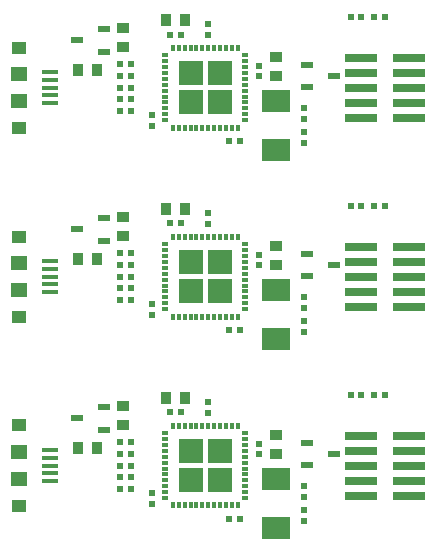
<source format=gtp>
G04 #@! TF.FileFunction,Paste,Top*
%FSLAX46Y46*%
G04 Gerber Fmt 4.6, Leading zero omitted, Abs format (unit mm)*
G04 Created by KiCad (PCBNEW 0.201512311516+6410~40~ubuntu14.04.1-stable) date Sun 03 Jan 2016 08:23:42 GMT*
%MOMM*%
G01*
G04 APERTURE LIST*
%ADD10C,0.100000*%
%ADD11R,0.950000X1.000000*%
%ADD12R,1.000000X0.950000*%
%ADD13R,0.620000X0.620000*%
%ADD14R,1.000000X0.600000*%
%ADD15R,2.400000X1.900000*%
%ADD16R,2.790000X0.740000*%
%ADD17R,1.350000X0.400000*%
%ADD18R,1.400000X1.300000*%
%ADD19R,1.300000X0.975000*%
%ADD20R,0.550000X0.300000*%
%ADD21R,0.300000X0.550000*%
%ADD22R,2.002000X2.002000*%
G04 APERTURE END LIST*
D10*
D11*
X115550000Y-94300000D03*
X113950000Y-94300000D03*
X115550000Y-110300000D03*
X113950000Y-110300000D03*
X115550000Y-126300000D03*
X113950000Y-126300000D03*
D12*
X123250000Y-99000000D03*
X123250000Y-97400000D03*
X123250000Y-115000000D03*
X123250000Y-113400000D03*
X123250000Y-131000000D03*
X123250000Y-129400000D03*
D13*
X115200000Y-95500000D03*
X114300000Y-95500000D03*
X115200000Y-111500000D03*
X114300000Y-111500000D03*
X115200000Y-127500000D03*
X114300000Y-127500000D03*
X119300000Y-104500000D03*
X120200000Y-104500000D03*
X119300000Y-120500000D03*
X120200000Y-120500000D03*
X119300000Y-136500000D03*
X120200000Y-136500000D03*
X112750000Y-102350000D03*
X112750000Y-103250000D03*
X112750000Y-118350000D03*
X112750000Y-119250000D03*
X112750000Y-134350000D03*
X112750000Y-135250000D03*
X121800000Y-99050000D03*
X121800000Y-98150000D03*
X121800000Y-115050000D03*
X121800000Y-114150000D03*
X121800000Y-131050000D03*
X121800000Y-130150000D03*
X125600000Y-103750000D03*
X125600000Y-104650000D03*
X125600000Y-119750000D03*
X125600000Y-120650000D03*
X125600000Y-135750000D03*
X125600000Y-136650000D03*
X117500000Y-94650000D03*
X117500000Y-95550000D03*
X117500000Y-110650000D03*
X117500000Y-111550000D03*
X117500000Y-126650000D03*
X117500000Y-127550000D03*
X125600000Y-102650000D03*
X125600000Y-101750000D03*
X125600000Y-118650000D03*
X125600000Y-117750000D03*
X125600000Y-134650000D03*
X125600000Y-133750000D03*
D11*
X108050000Y-98500000D03*
X106450000Y-98500000D03*
X108050000Y-114500000D03*
X106450000Y-114500000D03*
X108050000Y-130500000D03*
X106450000Y-130500000D03*
D14*
X108650000Y-96950000D03*
X108650000Y-95050000D03*
X106350000Y-96000000D03*
X108650000Y-112950000D03*
X108650000Y-111050000D03*
X106350000Y-112000000D03*
X108650000Y-128950000D03*
X108650000Y-127050000D03*
X106350000Y-128000000D03*
X125850000Y-98050000D03*
X125850000Y-99950000D03*
X128150000Y-99000000D03*
X125850000Y-114050000D03*
X125850000Y-115950000D03*
X128150000Y-115000000D03*
X125850000Y-130050000D03*
X125850000Y-131950000D03*
X128150000Y-131000000D03*
D13*
X110950000Y-99000000D03*
X110050000Y-99000000D03*
X110950000Y-115000000D03*
X110050000Y-115000000D03*
X110950000Y-131000000D03*
X110050000Y-131000000D03*
X110050000Y-98000000D03*
X110950000Y-98000000D03*
X110050000Y-114000000D03*
X110950000Y-114000000D03*
X110050000Y-130000000D03*
X110950000Y-130000000D03*
X110950000Y-102000000D03*
X110050000Y-102000000D03*
X110950000Y-118000000D03*
X110050000Y-118000000D03*
X110950000Y-134000000D03*
X110050000Y-134000000D03*
X110950000Y-100000000D03*
X110050000Y-100000000D03*
X110950000Y-116000000D03*
X110050000Y-116000000D03*
X110950000Y-132000000D03*
X110050000Y-132000000D03*
X110950000Y-101000000D03*
X110050000Y-101000000D03*
X110950000Y-117000000D03*
X110050000Y-117000000D03*
X110950000Y-133000000D03*
X110050000Y-133000000D03*
X131550000Y-94000000D03*
X132450000Y-94000000D03*
X131550000Y-110000000D03*
X132450000Y-110000000D03*
X131550000Y-126000000D03*
X132450000Y-126000000D03*
X129550000Y-94000000D03*
X130450000Y-94000000D03*
X129550000Y-110000000D03*
X130450000Y-110000000D03*
X129550000Y-126000000D03*
X130450000Y-126000000D03*
D15*
X123250000Y-105250000D03*
X123250000Y-101150000D03*
X123250000Y-121250000D03*
X123250000Y-117150000D03*
X123250000Y-137250000D03*
X123250000Y-133150000D03*
D12*
X110250000Y-96550000D03*
X110250000Y-94950000D03*
X110250000Y-112550000D03*
X110250000Y-110950000D03*
X110250000Y-128550000D03*
X110250000Y-126950000D03*
D16*
X130465000Y-97460000D03*
X134535000Y-97460000D03*
X130465000Y-98730000D03*
X134535000Y-98730000D03*
X130465000Y-100000000D03*
X134535000Y-100000000D03*
X130465000Y-101270000D03*
X134535000Y-101270000D03*
X130465000Y-102540000D03*
X134535000Y-102540000D03*
X130465000Y-113460000D03*
X134535000Y-113460000D03*
X130465000Y-114730000D03*
X134535000Y-114730000D03*
X130465000Y-116000000D03*
X134535000Y-116000000D03*
X130465000Y-117270000D03*
X134535000Y-117270000D03*
X130465000Y-118540000D03*
X134535000Y-118540000D03*
X130465000Y-129460000D03*
X134535000Y-129460000D03*
X130465000Y-130730000D03*
X134535000Y-130730000D03*
X130465000Y-132000000D03*
X134535000Y-132000000D03*
X130465000Y-133270000D03*
X134535000Y-133270000D03*
X130465000Y-134540000D03*
X134535000Y-134540000D03*
D17*
X104125000Y-99990000D03*
X104125000Y-100640000D03*
X104125000Y-99340000D03*
X104125000Y-98690000D03*
X104125000Y-101290000D03*
D18*
X101450000Y-101140000D03*
X101450000Y-98840000D03*
D19*
X101450000Y-103377500D03*
X101450000Y-96602500D03*
D17*
X104125000Y-115990000D03*
X104125000Y-116640000D03*
X104125000Y-115340000D03*
X104125000Y-114690000D03*
X104125000Y-117290000D03*
D18*
X101450000Y-117140000D03*
X101450000Y-114840000D03*
D19*
X101450000Y-119377500D03*
X101450000Y-112602500D03*
D17*
X104125000Y-131990000D03*
X104125000Y-132640000D03*
X104125000Y-131340000D03*
X104125000Y-130690000D03*
X104125000Y-133290000D03*
D18*
X101450000Y-133140000D03*
X101450000Y-130840000D03*
D19*
X101450000Y-135377500D03*
X101450000Y-128602500D03*
D20*
X120625000Y-102750000D03*
X120625000Y-102250000D03*
X120625000Y-101750000D03*
X120625000Y-101250000D03*
X120625000Y-100750000D03*
X120625000Y-100250000D03*
X120625000Y-99750000D03*
X120625000Y-99250000D03*
X120625000Y-98750000D03*
X120625000Y-98250000D03*
X120625000Y-97750000D03*
X120625000Y-97250000D03*
D21*
X120000000Y-96625000D03*
X119500000Y-96625000D03*
X119000000Y-96625000D03*
X118500000Y-96625000D03*
X118000000Y-96625000D03*
X117500000Y-96625000D03*
X117000000Y-96625000D03*
X116500000Y-96625000D03*
X116000000Y-96625000D03*
X115500000Y-96625000D03*
X115000000Y-96625000D03*
X114500000Y-96625000D03*
D20*
X113875000Y-97250000D03*
X113875000Y-97750000D03*
X113875000Y-98250000D03*
X113875000Y-98750000D03*
X113875000Y-99250000D03*
X113875000Y-99750000D03*
X113875000Y-100250000D03*
X113875000Y-100750000D03*
X113875000Y-101250000D03*
X113875000Y-101750000D03*
X113875000Y-102250000D03*
X113875000Y-102750000D03*
D21*
X114500000Y-103375000D03*
X115000000Y-103375000D03*
X115500000Y-103375000D03*
X116000000Y-103375000D03*
X116500000Y-103375000D03*
X117000000Y-103375000D03*
X117500000Y-103375000D03*
X118000000Y-103375000D03*
X118500000Y-103375000D03*
X119000000Y-103375000D03*
X119500000Y-103375000D03*
X120000000Y-103375000D03*
D22*
X118500000Y-101250000D03*
X118500000Y-98750000D03*
X116000000Y-101250000D03*
X116000000Y-98750000D03*
D20*
X120625000Y-118750000D03*
X120625000Y-118250000D03*
X120625000Y-117750000D03*
X120625000Y-117250000D03*
X120625000Y-116750000D03*
X120625000Y-116250000D03*
X120625000Y-115750000D03*
X120625000Y-115250000D03*
X120625000Y-114750000D03*
X120625000Y-114250000D03*
X120625000Y-113750000D03*
X120625000Y-113250000D03*
D21*
X120000000Y-112625000D03*
X119500000Y-112625000D03*
X119000000Y-112625000D03*
X118500000Y-112625000D03*
X118000000Y-112625000D03*
X117500000Y-112625000D03*
X117000000Y-112625000D03*
X116500000Y-112625000D03*
X116000000Y-112625000D03*
X115500000Y-112625000D03*
X115000000Y-112625000D03*
X114500000Y-112625000D03*
D20*
X113875000Y-113250000D03*
X113875000Y-113750000D03*
X113875000Y-114250000D03*
X113875000Y-114750000D03*
X113875000Y-115250000D03*
X113875000Y-115750000D03*
X113875000Y-116250000D03*
X113875000Y-116750000D03*
X113875000Y-117250000D03*
X113875000Y-117750000D03*
X113875000Y-118250000D03*
X113875000Y-118750000D03*
D21*
X114500000Y-119375000D03*
X115000000Y-119375000D03*
X115500000Y-119375000D03*
X116000000Y-119375000D03*
X116500000Y-119375000D03*
X117000000Y-119375000D03*
X117500000Y-119375000D03*
X118000000Y-119375000D03*
X118500000Y-119375000D03*
X119000000Y-119375000D03*
X119500000Y-119375000D03*
X120000000Y-119375000D03*
D22*
X118500000Y-117250000D03*
X118500000Y-114750000D03*
X116000000Y-117250000D03*
X116000000Y-114750000D03*
D20*
X120625000Y-134750000D03*
X120625000Y-134250000D03*
X120625000Y-133750000D03*
X120625000Y-133250000D03*
X120625000Y-132750000D03*
X120625000Y-132250000D03*
X120625000Y-131750000D03*
X120625000Y-131250000D03*
X120625000Y-130750000D03*
X120625000Y-130250000D03*
X120625000Y-129750000D03*
X120625000Y-129250000D03*
D21*
X120000000Y-128625000D03*
X119500000Y-128625000D03*
X119000000Y-128625000D03*
X118500000Y-128625000D03*
X118000000Y-128625000D03*
X117500000Y-128625000D03*
X117000000Y-128625000D03*
X116500000Y-128625000D03*
X116000000Y-128625000D03*
X115500000Y-128625000D03*
X115000000Y-128625000D03*
X114500000Y-128625000D03*
D20*
X113875000Y-129250000D03*
X113875000Y-129750000D03*
X113875000Y-130250000D03*
X113875000Y-130750000D03*
X113875000Y-131250000D03*
X113875000Y-131750000D03*
X113875000Y-132250000D03*
X113875000Y-132750000D03*
X113875000Y-133250000D03*
X113875000Y-133750000D03*
X113875000Y-134250000D03*
X113875000Y-134750000D03*
D21*
X114500000Y-135375000D03*
X115000000Y-135375000D03*
X115500000Y-135375000D03*
X116000000Y-135375000D03*
X116500000Y-135375000D03*
X117000000Y-135375000D03*
X117500000Y-135375000D03*
X118000000Y-135375000D03*
X118500000Y-135375000D03*
X119000000Y-135375000D03*
X119500000Y-135375000D03*
X120000000Y-135375000D03*
D22*
X118500000Y-133250000D03*
X118500000Y-130750000D03*
X116000000Y-133250000D03*
X116000000Y-130750000D03*
M02*

</source>
